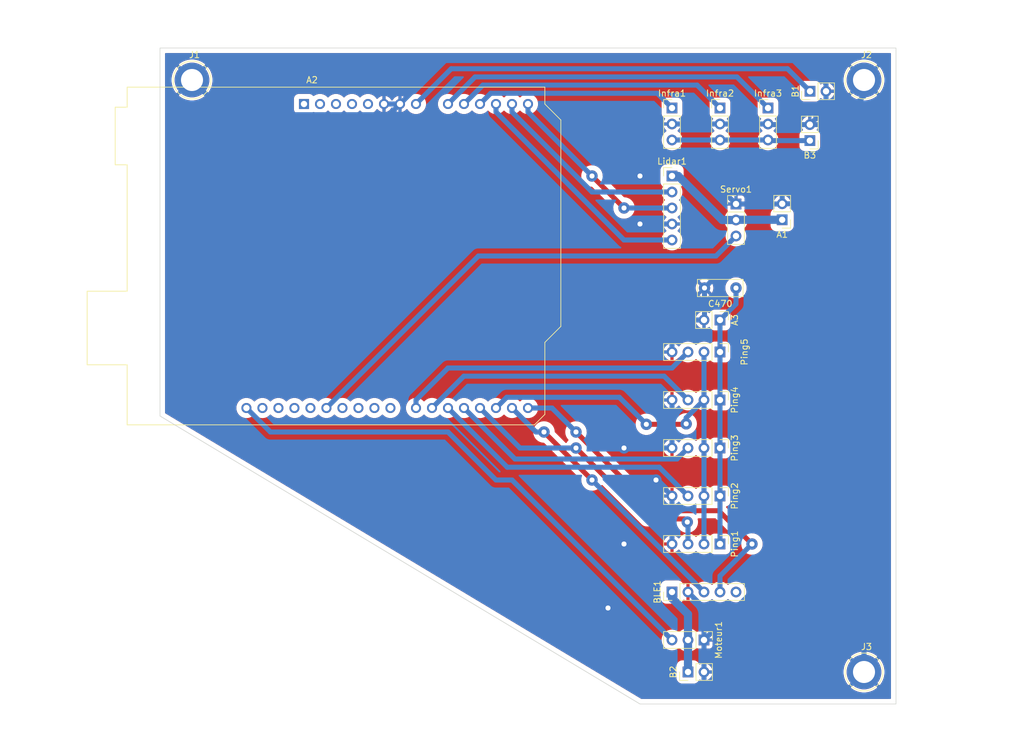
<source format=kicad_pcb>
(kicad_pcb (version 20211014) (generator pcbnew)
  (layers (0 "F.Cu" signal) (31 "B.Cu" signal) (34 "B.Paste" user) (35 "F.Paste" user) (36 "B.SilkS" user "B.Silkscreen") (37 "F.SilkS" user "F.Silkscreen") (38 "B.Mask" user) (39 "F.Mask" user) (44 "Edge.Cuts" user))
  (net 0 "")
  (net 6 "GND")
  (net 7 "/5V_Carte")
  (net 8 "/I1_PA0")
  (net 9 "/I2_PF10")
  (net 10 "/I3_PF9")
  (net 11 "/PWM_Lidar_PF8")
  (net 12 "/TX_Lidar_PF7")
  (net 13 "/RX_Lidar_PF6")
  (net 14 "/RX_BLE_PC7")
  (net 15 "/TX_BLE_PC6")
  (net 16 "/P1_PG6")
  (net 17 "/P2_PB4")
  (net 18 "/P3_PG7")
  (net 19 "/P4_PI0")
  (net 20 "/P5_PH6")
  (net 21 "/Trig_Cmd_PI_3")
  (net 26 "/Servo_Cmd_PB14")
  (net 30 "/M_Cmd_PB8")
  (net 31 "/5V_LID{slash}SRVO")
  (net 32 "/5V_BLE{slash}MOT")
  (net 34 "/5V_PNG")
  (net 35 "/5V_INF")
  (footprint "FootprintGamelGe2:C_Rect_L7.0mm_W2.5mm_P5.00mm" (layer "F.Cu") (at 200.66 88.9 180)
    (fp_text reference "C470" (at 2.5 -2.5) (layer "F.SilkS"))
    (fp_text value "C")
    (fp_line (start -1.12 1.37) (end 6.12 1.37) (layer "F.SilkS") (width 0.12))
    (fp_line (start 6.12 -1.37) (end 6.12 1.37) (layer "F.SilkS") (width 0.12))
    (fp_line (start -1.12 -1.37) (end 6.12 -1.37) (layer "F.SilkS") (width 0.12))
    (fp_line (start -1.12 -1.37) (end -1.12 1.37) (layer "F.SilkS") (width 0.12))
    (pad "1" thru_hole circle locked (at 0 0 180) (size 1.8 1.8) (drill 0.8) (layers *.Cu *.Mask) (net 34 "/5V_PNG"))
    (pad "2" thru_hole circle locked (at 5 0 180) (size 1.8 1.8) (drill 0.8) (layers *.Cu *.Mask) (net 6 "GND"))
  )
  (footprint "Connector_PinHeader_2.54mm:PinHeader_1x02_P2.54mm_Vertical" (layer "F.Cu") (at 193.04 149.86 90)
    (fp_text reference "B2" (at 0 -2.33 90) (layer "F.SilkS"))
    (fp_text value "Conn_01x02" hide)
    (fp_line (start 1.33 1.27) (end 1.33 3.87) (layer "F.SilkS") (width 0.12))
    (fp_line (start -1.33 3.87) (end 1.33 3.87) (layer "F.SilkS") (width 0.12))
    (fp_line (start -1.33 1.27) (end 1.33 1.27) (layer "F.SilkS") (width 0.12))
    (fp_line (start -1.33 0) (end -1.33 -1.33) (layer "F.SilkS") (width 0.12))
    (fp_line (start -1.33 1.27) (end -1.33 3.87) (layer "F.SilkS") (width 0.12))
    (fp_line (start -1.33 -1.33) (end 0 -1.33) (layer "F.SilkS") (width 0.12))
    (pad "1" thru_hole rect (at 0 0 90) (size 1.7 1.7) (drill 1) (layers *.Cu *.Mask) (net 32 "/5V_BLE{slash}MOT"))
    (pad "2" thru_hole oval (at 0 2.54 90) (size 1.7 1.7) (drill 1) (layers *.Cu *.Mask) (net 6 "GND"))
  )
  (footprint "Connector_PinHeader_2.54mm:PinHeader_1x02_P2.54mm_Vertical" (layer "F.Cu") (at 198.12 93.98 -90)
    (fp_text reference "A3" (at 0 -2.33 90) (layer "F.SilkS"))
    (fp_text value "Conn_01x02" hide)
    (fp_line (start -1.33 0) (end -1.33 -1.33) (layer "F.SilkS") (width 0.12))
    (fp_line (start -1.33 1.27) (end 1.33 1.27) (layer "F.SilkS") (width 0.12))
    (fp_line (start -1.33 3.87) (end 1.33 3.87) (layer "F.SilkS") (width 0.12))
    (fp_line (start -1.33 1.27) (end -1.33 3.87) (layer "F.SilkS") (width 0.12))
    (fp_line (start 1.33 1.27) (end 1.33 3.87) (layer "F.SilkS") (width 0.12))
    (fp_line (start -1.33 -1.33) (end 0 -1.33) (layer "F.SilkS") (width 0.12))
    (pad "1" thru_hole rect (at 0 0 270) (size 1.7 1.7) (drill 1) (layers *.Cu *.Mask) (net 34 "/5V_PNG"))
    (pad "2" thru_hole oval (at 0 2.54 270) (size 1.7 1.7) (drill 1) (layers *.Cu *.Mask) (net 6 "GND"))
  )
  (footprint "Connector_PinHeader_2.54mm:PinHeader_1x04_P2.54mm_Vertical" (layer "F.Cu") (at 198.12 121.92 -90)
    (fp_text reference "Ping2" (at 0 -2.33 90) (layer "F.SilkS"))
    (fp_text value "Conn_01x04" hide)
    (fp_line (start -1.33 -1.33) (end 0 -1.33) (layer "F.SilkS") (width 0.12))
    (fp_line (start -1.33 1.27) (end -1.33 8.95) (layer "F.SilkS") (width 0.12))
    (fp_line (start -1.33 0) (end -1.33 -1.33) (layer "F.SilkS") (width 0.12))
    (fp_line (start -1.33 1.27) (end 1.33 1.27) (layer "F.SilkS") (width 0.12))
    (fp_line (start 1.33 1.27) (end 1.33 8.95) (layer "F.SilkS") (width 0.12))
    (fp_line (start -1.33 8.95) (end 1.33 8.95) (layer "F.SilkS") (width 0.12))
    (pad "1" thru_hole rect (at 0 0 270) (size 1.7 1.7) (drill 1) (layers *.Cu *.Mask) (net 34 "/5V_PNG"))
    (pad "2" thru_hole oval (at 0 2.54 270) (size 1.7 1.7) (drill 1) (layers *.Cu *.Mask) (net 21 "/Trig_Cmd_PI_3"))
    (pad "3" thru_hole oval (at 0 5.08 270) (size 1.7 1.7) (drill 1) (layers *.Cu *.Mask) (net 17 "/P2_PB4"))
    (pad "4" thru_hole oval (at 0 7.62 270) (size 1.7 1.7) (drill 1) (layers *.Cu *.Mask) (net 6 "GND"))
  )
  (footprint "Connector_PinHeader_2.54mm:PinHeader_1x03_P2.54mm_Vertical" (layer "F.Cu") (at 205.74 60.325)
    (fp_text reference locked "Infra3" (at 0 -2.33) (layer "F.SilkS"))
    (fp_text value "Conn_01x03" hide)
    (fp_line (start -1.33 6.41) (end 1.33 6.41) (layer "F.SilkS") (width 0.12))
    (fp_line (start -1.33 -1.33) (end 0 -1.33) (layer "F.SilkS") (width 0.12))
    (fp_line (start -1.33 0) (end -1.33 -1.33) (layer "F.SilkS") (width 0.12))
    (fp_line (start 1.33 1.27) (end 1.33 6.41) (layer "F.SilkS") (width 0.12))
    (fp_line (start -1.33 1.27) (end -1.33 6.41) (layer "F.SilkS") (width 0.12))
    (fp_line (start -1.33 1.27) (end 1.33 1.27) (layer "F.SilkS") (width 0.12))
    (pad "1" thru_hole rect (at 0 0) (size 1.7 1.7) (drill 1) (layers *.Cu *.Mask) (net 10 "/I3_PF9"))
    (pad "2" thru_hole oval (at 0 2.54) (size 1.7 1.7) (drill 1) (layers *.Cu *.Mask) (net 6 "GND"))
    (pad "3" thru_hole oval (at 0 5.08) (size 1.7 1.7) (drill 1) (layers *.Cu *.Mask) (net 35 "/5V_INF"))
  )
  (footprint "FootprintGamelGe2:Mouting_Screw_3mm" (layer "F.Cu") (at 114.3 55.88)
    (fp_text reference "J1" (at 0.4 -4) (layer "F.SilkS"))
    (fp_text value "Mouting_Screw_3mm")
    (fp_circle (center 0 0) (end 3 0) (layer "F.SilkS") (width 0.12) (fill none))
    (pad "1" thru_hole circle locked (at 0 0) (size 5.5 5.5) (drill 3.5) (layers *.Cu *.Mask) (net 6 "GND"))
  )
  (footprint "Connector_PinHeader_2.54mm:PinHeader_1x04_P2.54mm_Vertical" (layer "F.Cu") (at 198.12 129.54 -90)
    (fp_text reference "Ping1" (at 0 -2.33 90) (layer "F.SilkS"))
    (fp_text value "Conn_01x04" hide)
    (fp_line (start -1.33 -1.33) (end 0 -1.33) (layer "F.SilkS") (width 0.12))
    (fp_line (start 1.33 1.27) (end 1.33 8.95) (layer "F.SilkS") (width 0.12))
    (fp_line (start -1.33 0) (end -1.33 -1.33) (layer "F.SilkS") (width 0.12))
    (fp_line (start -1.33 8.95) (end 1.33 8.95) (layer "F.SilkS") (width 0.12))
    (fp_line (start -1.33 1.27) (end -1.33 8.95) (layer "F.SilkS") (width 0.12))
    (fp_line (start -1.33 1.27) (end 1.33 1.27) (layer "F.SilkS") (width 0.12))
    (pad "1" thru_hole rect (at 0 0 270) (size 1.7 1.7) (drill 1) (layers *.Cu *.Mask) (net 34 "/5V_PNG"))
    (pad "2" thru_hole oval (at 0 2.54 270) (size 1.7 1.7) (drill 1) (layers *.Cu *.Mask) (net 21 "/Trig_Cmd_PI_3"))
    (pad "3" thru_hole oval (at 0 5.08 270) (size 1.7 1.7) (drill 1) (layers *.Cu *.Mask) (net 16 "/P1_PG6"))
    (pad "4" thru_hole oval (at 0 7.62 270) (size 1.7 1.7) (drill 1) (layers *.Cu *.Mask) (net 6 "GND"))
  )
  (footprint "Connector_PinHeader_2.54mm:PinHeader_1x02_P2.54mm_Vertical" (layer "F.Cu") (at 212.40985 57.667361 90)
    (fp_text reference "B1" (at 0 -2.33 90) (layer "F.SilkS"))
    (fp_text value "Conn_01x02" hide)
    (fp_line (start -1.33 1.27) (end 1.33 1.27) (layer "F.SilkS") (width 0.12))
    (fp_line (start -1.33 1.27) (end -1.33 3.87) (layer "F.SilkS") (width 0.12))
    (fp_line (start -1.33 0) (end -1.33 -1.33) (layer "F.SilkS") (width 0.12))
    (fp_line (start -1.33 3.87) (end 1.33 3.87) (layer "F.SilkS") (width 0.12))
    (fp_line (start -1.33 -1.33) (end 0 -1.33) (layer "F.SilkS") (width 0.12))
    (fp_line (start 1.33 1.27) (end 1.33 3.87) (layer "F.SilkS") (width 0.12))
    (pad "1" thru_hole rect (at 0 0 90) (size 1.7 1.7) (drill 1) (layers *.Cu *.Mask) (net 7 "/5V_Carte"))
    (pad "2" thru_hole oval (at 0 2.54 90) (size 1.7 1.7) (drill 1) (layers *.Cu *.Mask) (net 6 "GND"))
  )
  (footprint "Module:Arduino_UNO_R3" (layer "F.Cu") (at 132.08 59.69)
    (fp_text reference "A2" (at 1.27 -3.81 180) (layer "F.SilkS"))
    (fp_text value "Arduino_UNO_R3")
    (fp_line (start 40.77 35.31) (end 40.77 2.54) (layer "F.SilkS") (width 0.12))
    (fp_line (start -29.97 9.65) (end -28.07 9.65) (layer "F.SilkS") (width 0.12))
    (fp_line (start 38.23 49.28) (end 38.23 37.85) (layer "F.SilkS") (width 0.12))
    (fp_line (start -34.42 29.72) (end -34.42 41.4) (layer "F.SilkS") (width 0.12))
    (fp_line (start -28.07 9.65) (end -28.07 29.72) (layer "F.SilkS") (width 0.12))
    (fp_line (start 38.23 37.85) (end 40.77 35.31) (layer "F.SilkS") (width 0.12))
    (fp_line (start -34.42 41.4) (end -28.07 41.4) (layer "F.SilkS") (width 0.12))
    (fp_line (start -28.07 0.51) (end -29.97 0.51) (layer "F.SilkS") (width 0.12))
    (fp_line (start -28.07 50.93) (end 36.58 50.93) (layer "F.SilkS") (width 0.12))
    (fp_line (start -28.07 -2.67) (end -28.07 0.51) (layer "F.SilkS") (width 0.12))
    (fp_line (start 38.23 0) (end 38.23 -2.67) (layer "F.SilkS") (width 0.12))
    (fp_line (start -28.07 41.4) (end -28.07 50.93) (layer "F.SilkS") (width 0.12))
    (fp_line (start 38.23 -2.67) (end -28.07 -2.67) (layer "F.SilkS") (width 0.12))
    (fp_line (start 36.58 50.93) (end 38.23 49.28) (layer "F.SilkS") (width 0.12))
    (fp_line (start -29.97 0.51) (end -29.97 9.65) (layer "F.SilkS") (width 0.12))
    (fp_line (start 40.77 2.54) (end 38.23 0) (layer "F.SilkS") (width 0.12))
    (fp_line (start -28.07 29.72) (end -34.42 29.72) (layer "F.SilkS") (width 0.12))
    (pad "1" thru_hole rect (at 0 0 90) (size 1.6 1.6) (drill 1) (layers *.Cu *.Mask))
    (pad "2" thru_hole oval (at 2.54 0 90) (size 1.6 1.6) (drill 1) (layers *.Cu *.Mask))
    (pad "3" thru_hole oval (at 5.08 0 90) (size 1.6 1.6) (drill 1) (layers *.Cu *.Mask))
    (pad "4" thru_hole oval (at 7.62 0 90) (size 1.6 1.6) (drill 1) (layers *.Cu *.Mask))
    (pad "5" thru_hole oval (at 10.16 0 90) (size 1.6 1.6) (drill 1) (layers *.Cu *.Mask))
    (pad "6" thru_hole oval (at 12.7 0 90) (size 1.6 1.6) (drill 1) (layers *.Cu *.Mask) (net 6 "GND"))
    (pad "7" thru_hole oval (at 15.24 0 90) (size 1.6 1.6) (drill 1) (layers *.Cu *.Mask) (net 6 "GND"))
    (pad "8" thru_hole oval (at 17.78 0 90) (size 1.6 1.6) (drill 1) (layers *.Cu *.Mask) (net 7 "/5V_Carte"))
    (pad "9" thru_hole oval (at 22.86 0 90) (size 1.6 1.6) (drill 1) (layers *.Cu *.Mask) (net 10 "/I3_PF9"))
    (pad "10" thru_hole oval (at 25.4 0 90) (size 1.6 1.6) (drill 1) (layers *.Cu *.Mask) (net 9 "/I2_PF10"))
    (pad "11" thru_hole oval (at 27.94 0 90) (size 1.6 1.6) (drill 1) (layers *.Cu *.Mask) (net 8 "/I1_PA0"))
    (pad "12" thru_hole oval (at 30.48 0 90) (size 1.6 1.6) (drill 1) (layers *.Cu *.Mask) (net 11 "/PWM_Lidar_PF8"))
    (pad "13" thru_hole oval (at 33.02 0 90) (size 1.6 1.6) (drill 1) (layers *.Cu *.Mask) (net 12 "/TX_Lidar_PF7"))
    (pad "14" thru_hole oval (at 35.56 0 90) (size 1.6 1.6) (drill 1) (layers *.Cu *.Mask) (net 13 "/RX_Lidar_PF6"))
    (pad "15" thru_hole oval (at 35.56 48.26 90) (size 1.6 1.6) (drill 1) (layers *.Cu *.Mask) (net 14 "/RX_BLE_PC7"))
    (pad "16" thru_hole oval (at 33.02 48.26 90) (size 1.6 1.6) (drill 1) (layers *.Cu *.Mask) (net 15 "/TX_BLE_PC6"))
    (pad "17" thru_hole oval (at 30.48 48.26 90) (size 1.6 1.6) (drill 1) (layers *.Cu *.Mask) (net 21 "/Trig_Cmd_PI_3"))
    (pad "18" thru_hole oval (at 27.94 48.26 90) (size 1.6 1.6) (drill 1) (layers *.Cu *.Mask) (net 16 "/P1_PG6"))
    (pad "19" thru_hole oval (at 25.4 48.26 90) (size 1.6 1.6) (drill 1) (layers *.Cu *.Mask) (net 18 "/P3_PG7"))
    (pad "20" thru_hole oval (at 22.86 48.26 90) (size 1.6 1.6) (drill 1) (layers *.Cu *.Mask) (net 17 "/P2_PB4"))
    (pad "21" thru_hole oval (at 20.32 48.26 90) (size 1.6 1.6) (drill 1) (layers *.Cu *.Mask) (net 19 "/P4_PI0"))
    (pad "22" thru_hole oval (at 17.78 48.26 90) (size 1.6 1.6) (drill 1) (layers *.Cu *.Mask) (net 20 "/P5_PH6"))
    (pad "23" thru_hole oval (at 13.72 48.26 90) (size 1.6 1.6) (drill 1) (layers *.Cu *.Mask))
    (pad "24" thru_hole oval (at 11.18 48.26 90) (size 1.6 1.6) (drill 1) (layers *.Cu *.Mask))
    (pad "25" thru_hole oval (at 8.64 48.26 90) (size 1.6 1.6) (drill 1) (layers *.Cu *.Mask))
    (pad "26" thru_hole oval (at 6.1 48.26 90) (size 1.6 1.6) (drill 1) (layers *.Cu *.Mask))
    (pad "27" thru_hole oval (at 3.56 48.26 90) (size 1.6 1.6) (drill 1) (layers *.Cu *.Mask) (net 26 "/Servo_Cmd_PB14"))
    (pad "28" thru_hole oval (at 1.02 48.26 90) (size 1.6 1.6) (drill 1) (layers *.Cu *.Mask))
    (pad "29" thru_hole oval (at -1.52 48.26 90) (size 1.6 1.6) (drill 1) (layers *.Cu *.Mask))
    (pad "30" thru_hole oval (at -4.06 48.26 90) (size 1.6 1.6) (drill 1) (layers *.Cu *.Mask))
    (pad "31" thru_hole oval (at -6.6 48.26 90) (size 1.6 1.6) (drill 1) (layers *.Cu *.Mask))
    (pad "32" thru_hole oval (at -9.14 48.26 90) (size 1.6 1.6) (drill 1) (layers *.Cu *.Mask) (net 30 "/M_Cmd_PB8"))
  )
  (footprint "Connector_PinHeader_2.54mm:PinHeader_1x03_P2.54mm_Vertical" (layer "F.Cu") (at 195.58 144.78 -90)
    (fp_text reference "Moteur1" (at 0 -2.33 90) (layer "F.SilkS"))
    (fp_text value "Conn_01x03" hide)
    (fp_line (start -1.33 0) (end -1.33 -1.33) (layer "F.SilkS") (width 0.12))
    (fp_line (start -1.33 1.27) (end 1.33 1.27) (layer "F.SilkS") (width 0.12))
    (fp_line (start -1.33 -1.33) (end 0 -1.33) (layer "F.SilkS") (width 0.12))
    (fp_line (start -1.33 6.41) (end 1.33 6.41) (layer "F.SilkS") (width 0.12))
    (fp_line (start -1.33 1.27) (end -1.33 6.41) (layer "F.SilkS") (width 0.12))
    (fp_line (start 1.33 1.27) (end 1.33 6.41) (layer "F.SilkS") (width 0.12))
    (pad "1" thru_hole rect (at 0 0 270) (size 1.7 1.7) (drill 1) (layers *.Cu *.Mask) (net 6 "GND"))
    (pad "2" thru_hole oval (at 0 2.54 270) (size 1.7 1.7) (drill 1) (layers *.Cu *.Mask) (net 32 "/5V_BLE{slash}MOT"))
    (pad "3" thru_hole oval (at 0 5.08 270) (size 1.7 1.7) (drill 1) (layers *.Cu *.Mask) (net 30 "/M_Cmd_PB8"))
  )
  (footprint "Connector_PinHeader_2.54mm:PinHeader_1x05_P2.54mm_Vertical" (layer "F.Cu") (at 190.5 137.16 90)
    (fp_text reference "BLE1" (at 0 -2.33 90) (layer "F.SilkS"))
    (fp_text value "Conn_01x05" hide)
    (fp_line (start -1.33 11.49) (end 1.33 11.49) (layer "F.SilkS") (width 0.12))
    (fp_line (start -1.33 1.27) (end 1.33 1.27) (layer "F.SilkS") (width 0.12))
    (fp_line (start -1.33 -1.33) (end 0 -1.33) (layer "F.SilkS") (width 0.12))
    (fp_line (start -1.33 0) (end -1.33 -1.33) (layer "F.SilkS") (width 0.12))
    (fp_line (start -1.33 1.27) (end -1.33 11.49) (layer "F.SilkS") (width 0.12))
    (fp_line (start 1.33 1.27) (end 1.33 11.49) (layer "F.SilkS") (width 0.12))
    (pad "1" thru_hole rect (at 0 0 90) (size 1.7 1.7) (drill 1) (layers *.Cu *.Mask) (net 32 "/5V_BLE{slash}MOT"))
    (pad "2" thru_hole oval (at 0 2.54 90) (size 1.7 1.7) (drill 1) (layers *.Cu *.Mask) (net 6 "GND"))
    (pad "3" thru_hole oval (at 0 5.08 90) (size 1.7 1.7) (drill 1) (layers *.Cu *.Mask) (net 15 "/TX_BLE_PC6"))
    (pad "4" thru_hole oval (at 0 7.62 90) (size 1.7 1.7) (drill 1) (layers *.Cu *.Mask) (net 14 "/RX_BLE_PC7"))
    (pad "5" thru_hole oval (at 0 10.16 90) (size 1.7 1.7) (drill 1) (layers *.Cu *.Mask))
  )
  (footprint "FootprintGamelGe2:Mouting_Screw_3mm" (layer "F.Cu") (at 220.98 55.88)
    (fp_text reference "J2" (at 0.4 -4) (layer "F.SilkS"))
    (fp_text value "Mouting_Screw_3mm")
    (fp_circle (center 0 0) (end 3 0) (layer "F.SilkS") (width 0.12) (fill none))
    (pad "1" thru_hole circle locked (at 0 0) (size 5.5 5.5) (drill 3.5) (layers *.Cu *.Mask) (net 6 "GND"))
  )
  (footprint "Connector_PinHeader_2.54mm:PinHeader_1x02_P2.54mm_Vertical" (layer "F.Cu") (at 212.38252 65.501284 180)
    (fp_text reference "B3" (at 0 -2.33) (layer "F.SilkS"))
    (fp_text value "Conn_01x02" hide)
    (fp_line (start -1.33 0) (end -1.33 -1.33) (layer "F.SilkS") (width 0.12))
    (fp_line (start -1.33 1.27) (end -1.33 3.87) (layer "F.SilkS") (width 0.12))
    (fp_line (start -1.33 1.27) (end 1.33 1.27) (layer "F.SilkS") (width 0.12))
    (fp_line (start -1.33 -1.33) (end 0 -1.33) (layer "F.SilkS") (width 0.12))
    (fp_line (start 1.33 1.27) (end 1.33 3.87) (layer "F.SilkS") (width 0.12))
    (fp_line (start -1.33 3.87) (end 1.33 3.87) (layer "F.SilkS") (width 0.12))
    (pad "1" thru_hole rect (at 0 0 180) (size 1.7 1.7) (drill 1) (layers *.Cu *.Mask) (net 35 "/5V_INF"))
    (pad "2" thru_hole oval (at 0 2.54 180) (size 1.7 1.7) (drill 1) (layers *.Cu *.Mask) (net 6 "GND"))
  )
  (footprint "Connector_PinHeader_2.54mm:PinHeader_1x03_P2.54mm_Vertical" (layer "F.Cu") (at 200.66 75.565)
    (fp_text reference "Servo1" (at 0 -2.33) (layer "F.SilkS"))
    (fp_text value "Conn_01x03" hide)
    (fp_line (start -1.33 -1.33) (end 0 -1.33) (layer "F.SilkS") (width 0.12))
    (fp_line (start -1.33 1.27) (end 1.33 1.27) (layer "F.SilkS") (width 0.12))
    (fp_line (start 1.33 1.27) (end 1.33 6.41) (layer "F.SilkS") (width 0.12))
    (fp_line (start -1.33 0) (end -1.33 -1.33) (layer "F.SilkS") (width 0.12))
    (fp_line (start -1.33 6.41) (end 1.33 6.41) (layer "F.SilkS") (width 0.12))
    (fp_line (start -1.33 1.27) (end -1.33 6.41) (layer "F.SilkS") (width 0.12))
    (pad "1" thru_hole rect (at 0 0) (size 1.7 1.7) (drill 1) (layers *.Cu *.Mask) (net 6 "GND"))
    (pad "2" thru_hole oval (at 0 2.54) (size 1.7 1.7) (drill 1) (layers *.Cu *.Mask) (net 31 "/5V_LID{slash}SRVO"))
    (pad "3" thru_hole oval (at 0 5.08) (size 1.7 1.7) (drill 1) (layers *.Cu *.Mask) (net 26 "/Servo_Cmd_PB14"))
  )
  (footprint "Connector_PinHeader_2.54mm:PinHeader_1x03_P2.54mm_Vertical" (layer "F.Cu") (at 190.5 60.325)
    (fp_text reference "Infra1" (at 0 -2.33) (layer "F.SilkS"))
    (fp_text value "Conn_01x03" hide)
    (fp_line (start -1.33 1.27) (end 1.33 1.27) (layer "F.SilkS") (width 0.12))
    (fp_line (start -1.33 6.41) (end 1.33 6.41) (layer "F.SilkS") (width 0.12))
    (fp_line (start -1.33 1.27) (end -1.33 6.41) (layer "F.SilkS") (width 0.12))
    (fp_line (start -1.33 0) (end -1.33 -1.33) (layer "F.SilkS") (width 0.12))
    (fp_line (start 1.33 1.27) (end 1.33 6.41) (layer "F.SilkS") (width 0.12))
    (fp_line (start -1.33 -1.33) (end 0 -1.33) (layer "F.SilkS") (width 0.12))
    (pad "1" thru_hole rect (at 0 0) (size 1.7 1.7) (drill 1) (layers *.Cu *.Mask) (net 8 "/I1_PA0"))
    (pad "2" thru_hole oval (at 0 2.54) (size 1.7 1.7) (drill 1) (layers *.Cu *.Mask) (net 6 "GND"))
    (pad "3" thru_hole oval (at 0 5.08) (size 1.7 1.7) (drill 1) (layers *.Cu *.Mask) (net 35 "/5V_INF"))
  )
  (footprint "FootprintGamelGe2:Mouting_Screw_3mm" (layer "F.Cu") (at 220.98 149.86)
    (fp_text reference "J3" (at 0.4 -4) (layer "F.SilkS"))
    (fp_text value "Mouting_Screw_3mm")
    (fp_circle (center 0 0) (end 3 0) (layer "F.SilkS") (width 0.12) (fill none))
    (pad "1" thru_hole circle locked (at 0 0) (size 5.5 5.5) (drill 3.5) (layers *.Cu *.Mask) (net 6 "GND"))
  )
  (footprint "Connector_PinHeader_2.54mm:PinHeader_1x04_P2.54mm_Vertical" (layer "F.Cu") (at 198.12 99.06 -90)
    (fp_text reference "Ping5" (at 0 -3.875693 90) (layer "F.SilkS"))
    (fp_text value "Conn_01x04" hide)
    (fp_line (start -1.33 0) (end -1.33 -1.33) (layer "F.SilkS") (width 0.12))
    (fp_line (start -1.33 1.27) (end 1.33 1.27) (layer "F.SilkS") (width 0.12))
    (fp_line (start -1.33 -1.33) (end 0 -1.33) (layer "F.SilkS") (width 0.12))
    (fp_line (start -1.33 8.95) (end 1.33 8.95) (layer "F.SilkS") (width 0.12))
    (fp_line (start 1.33 1.27) (end 1.33 8.95) (layer "F.SilkS") (width 0.12))
    (fp_line (start -1.33 1.27) (end -1.33 8.95) (layer "F.SilkS") (width 0.12))
    (pad "1" thru_hole rect (at 0 0 270) (size 1.7 1.7) (drill 1) (layers *.Cu *.Mask) (net 34 "/5V_PNG"))
    (pad "2" thru_hole oval (at 0 2.54 270) (size 1.7 1.7) (drill 1) (layers *.Cu *.Mask) (net 21 "/Trig_Cmd_PI_3"))
    (pad "3" thru_hole oval (at 0 5.08 270) (size 1.7 1.7) (drill 1) (layers *.Cu *.Mask) (net 20 "/P5_PH6"))
    (pad "4" thru_hole oval (at 0 7.62 270) (size 1.7 1.7) (drill 1) (layers *.Cu *.Mask) (net 6 "GND"))
  )
  (footprint "Connector_PinHeader_2.54mm:PinHeader_1x03_P2.54mm_Vertical" (layer "F.Cu") (at 198.12 60.325)
    (fp_text reference "Infra2" (at 0 -2.33) (layer "F.SilkS"))
    (fp_text value "Conn_01x03" hide)
    (fp_line (start -1.33 6.41) (end 1.33 6.41) (layer "F.SilkS") (width 0.12))
    (fp_line (start 1.33 1.27) (end 1.33 6.41) (layer "F.SilkS") (width 0.12))
    (fp_line (start -1.33 0) (end -1.33 -1.33) (layer "F.SilkS") (width 0.12))
    (fp_line (start -1.33 -1.33) (end 0 -1.33) (layer "F.SilkS") (width 0.12))
    (fp_line (start -1.33 1.27) (end 1.33 1.27) (layer "F.SilkS") (width 0.12))
    (fp_line (start -1.33 1.27) (end -1.33 6.41) (layer "F.SilkS") (width 0.12))
    (pad "1" thru_hole rect (at 0 0) (size 1.7 1.7) (drill 1) (layers *.Cu *.Mask) (net 9 "/I2_PF10"))
    (pad "2" thru_hole oval (at 0 2.54) (size 1.7 1.7) (drill 1) (layers *.Cu *.Mask) (net 6 "GND"))
    (pad "3" thru_hole oval (at 0 5.08) (size 1.7 1.7) (drill 1) (layers *.Cu *.Mask) (net 35 "/5V_INF"))
  )
  (footprint "Connector_PinHeader_2.54mm:PinHeader_1x04_P2.54mm_Vertical" (layer "F.Cu") (at 198.12 106.68 -90)
    (fp_text reference "Ping4" (at 0 -2.33 90) (layer "F.SilkS"))
    (fp_text value "Conn_01x04" hide)
    (fp_line (start -1.33 0) (end -1.33 -1.33) (layer "F.SilkS") (width 0.12))
    (fp_line (start -1.33 -1.33) (end 0 -1.33) (layer "F.SilkS") (width 0.12))
    (fp_line (start -1.33 1.27) (end -1.33 8.95) (layer "F.SilkS") (width 0.12))
    (fp_line (start -1.33 8.95) (end 1.33 8.95) (layer "F.SilkS") (width 0.12))
    (fp_line (start 1.33 1.27) (end 1.33 8.95) (layer "F.SilkS") (width 0.12))
    (fp_line (start -1.33 1.27) (end 1.33 1.27) (layer "F.SilkS") (width 0.12))
    (pad "1" thru_hole rect (at 0 0 270) (size 1.7 1.7) (drill 1) (layers *.Cu *.Mask) (net 34 "/5V_PNG"))
    (pad "2" thru_hole oval (at 0 2.54 270) (size 1.7 1.7) (drill 1) (layers *.Cu *.Mask) (net 21 "/Trig_Cmd_PI_3"))
    (pad "3" thru_hole oval (at 0 5.08 270) (size 1.7 1.7) (drill 1) (layers *.Cu *.Mask) (net 19 "/P4_PI0"))
    (pad "4" thru_hole oval (at 0 7.62 270) (size 1.7 1.7) (drill 1) (layers *.Cu *.Mask) (net 6 "GND"))
  )
  (footprint "Connector_PinHeader_2.54mm:PinHeader_1x04_P2.54mm_Vertical" (layer "F.Cu") (at 198.12 114.3 -90)
    (fp_text reference "Ping3" (at 0 -2.33 90) (layer "F.SilkS"))
    (fp_text value "Conn_01x04" hide)
    (fp_line (start -1.33 0) (end -1.33 -1.33) (layer "F.SilkS") (width 0.12))
    (fp_line (start -1.33 1.27) (end -1.33 8.95) (layer "F.SilkS") (width 0.12))
    (fp_line (start -1.33 -1.33) (end 0 -1.33) (layer "F.SilkS") (width 0.12))
    (fp_line (start 1.33 1.27) (end 1.33 8.95) (layer "F.SilkS") (width 0.12))
    (fp_line (start -1.33 8.95) (end 1.33 8.95) (layer "F.SilkS") (width 0.12))
    (fp_line (start -1.33 1.27) (end 1.33 1.27) (layer "F.SilkS") (width 0.12))
    (pad "1" thru_hole rect (at 0 0 270) (size 1.7 1.7) (drill 1) (layers *.Cu *.Mask) (net 34 "/5V_PNG"))
    (pad "2" thru_hole oval (at 0 2.54 270) (size 1.7 1.7) (drill 1) (layers *.Cu *.Mask) (net 21 "/Trig_Cmd_PI_3"))
    (pad "3" thru_hole oval (at 0 5.08 270) (size 1.7 1.7) (drill 1) (layers *.Cu *.Mask) (net 18 "/P3_PG7"))
    (pad "4" thru_hole oval (at 0 7.62 270) (size 1.7 1.7) (drill 1) (layers *.Cu *.Mask) (net 6 "GND"))
  )
  (footprint "Connector_PinHeader_2.54mm:PinHeader_1x02_P2.54mm_Vertical" (layer "F.Cu") (at 207.99113 78.070643 180)
    (fp_text reference "A1" (at 0 -2.33) (layer "F.SilkS"))
    (fp_text value "Conn_01x02" hide)
    (fp_line (start -1.33 -1.33) (end 0 -1.33) (layer "F.SilkS") (width 0.12))
    (fp_line (start -1.33 3.87) (end 1.33 3.87) (layer "F.SilkS") (width 0.12))
    (fp_line (start -1.33 0) (end -1.33 -1.33) (layer "F.SilkS") (width 0.12))
    (fp_line (start 1.33 1.27) (end 1.33 3.87) (layer "F.SilkS") (width 0.12))
    (fp_line (start -1.33 1.27) (end -1.33 3.87) (layer "F.SilkS") (width 0.12))
    (fp_line (start -1.33 1.27) (end 1.33 1.27) (layer "F.SilkS") (width 0.12))
    (pad "1" thru_hole rect (at 0 0 180) (size 1.7 1.7) (drill 1) (layers *.Cu *.Mask) (net 31 "/5V_LID{slash}SRVO"))
    (pad "2" thru_hole oval (at 0 2.54 180) (size 1.7 1.7) (drill 1) (layers *.Cu *.Mask) (net 6 "GND"))
  )
  (footprint "Connector_PinHeader_2.54mm:PinHeader_1x05_P2.54mm_Vertical" (layer "F.Cu") (at 190.5 71.12)
    (fp_text reference "Lidar1" (at 0 -2.33) (layer "F.SilkS"))
    (fp_text value "Conn_01x05" hide)
    (fp_line (start -1.33 1.27) (end 1.33 1.27) (layer "F.SilkS") (width 0.12))
    (fp_line (start -1.33 0) (end -1.33 -1.33) (layer "F.SilkS") (width 0.12))
    (fp_line (start -1.33 -1.33) (end 0 -1.33) (layer "F.SilkS") (width 0.12))
    (fp_line (start -1.33 11.49) (end 1.33 11.49) (layer "F.SilkS") (width 0.12))
    (fp_line (start 1.33 1.27) (end 1.33 11.49) (layer "F.SilkS") (width 0.12))
    (fp_line (start -1.33 1.27) (end -1.33 11.49) (layer "F.SilkS") (width 0.12))
    (pad "1" thru_hole rect (at 0 0) (size 1.7 1.7) (drill 1) (layers *.Cu *.Mask) (net 31 "/5V_LID{slash}SRVO"))
    (pad "2" thru_hole oval (at 0 2.54) (size 1.7 1.7) (drill 1) (layers *.Cu *.Mask) (net 12 "/TX_Lidar_PF7"))
    (pad "3" thru_hole oval (at 0 5.08) (size 1.7 1.7) (drill 1) (layers *.Cu *.Mask) (net 13 "/RX_Lidar_PF6"))
    (pad "4" thru_hole oval (at 0 7.62) (size 1.7 1.7) (drill 1) (layers *.Cu *.Mask) (net 6 "GND"))
    (pad "5" thru_hole oval (at 0 10.16) (size 1.7 1.7) (drill 1) (layers *.Cu *.Mask) (net 11 "/PWM_Lidar_PF8"))
  )
  (gr_poly (pts (xy 226.06 154.94) (xy 185.42 154.94) (xy 109.22 109.22) (xy 109.22 50.8) (xy 226.06 50.8)) (layer "Edge.Cuts") (width 0.1) (fill none))
  (segment (start 180.34 139.7) (end 180.34 132.08) (width 0.8) (layer "F.Cu") (net 6))
  (segment (start 187.96 119.38) (end 182.88 114.3) (width 0.8) (layer "F.Cu") (net 6))
  (segment (start 185.42 71.12) (end 185.42 78.74) (width 0.8) (layer "F.Cu") (net 6))
  (segment (start 180.34 132.08) (end 182.88 129.54) (width 0.8) (layer "F.Cu") (net 6))
  (via (at 180.34 139.7) (size 1.8) (drill 0.8) (layers "F.Cu" "B.Cu") (net 6))
  (via (at 185.42 78.74) (size 1.8) (drill 0.8) (layers "F.Cu" "B.Cu") (net 6))
  (via (at 182.88 114.3) (size 1.8) (drill 0.8) (layers "F.Cu" "B.Cu") (net 6))
  (via (at 187.96 119.38) (size 1.8) (drill 0.8) (layers "F.Cu" "B.Cu") (net 6))
  (via (at 182.88 129.54) (size 1.8) (drill 0.8) (layers "F.Cu" "B.Cu") (net 6))
  (via (at 185.42 71.12) (size 1.8) (drill 0.8) (layers "F.Cu" "B.Cu") (net 6))
  (segment (start 195.58 149.86) (end 195.58 151.819022) (width 0.8) (layer "B.Cu") (net 6))
  (segment (start 205.836284 62.961284) (end 205.74 62.865) (width 0.8) (layer "B.Cu") (net 6))
  (segment (start 208.28 83.82) (end 210.82 86.36) (width 0.8) (layer "B.Cu") (net 6))
  (segment (start 214.94985 60.393954) (end 212.38252 62.961284) (width 0.8) (layer "B.Cu") (net 6))
  (segment (start 205.74 62.865) (end 198.12 62.865) (width 0.8) (layer "B.Cu") (net 6))
  (segment (start 200.66 75.565) (end 207.956773 75.565) (width 0.8) (layer "B.Cu") (net 6))
  (segment (start 210.82 129.54) (end 220.98 139.7) (width 0.8) (layer "B.Cu") (net 6))
  (segment (start 187.96 68.58) (end 185.42 71.12) (width 0.8) (layer "B.Cu") (net 6))
  (segment (start 195.66 93.9) (end 195.58 93.98) (width 0.8) (layer "B.Cu") (net 6))
  (segment (start 211.276981 52.792411) (end 154.217589 52.792411) (width 0.8) (layer "B.Cu") (net 6))
  (segment (start 190.5 129.54) (end 190.5 121.92) (width 0.8) (layer "B.Cu") (net 6))
  (segment (start 207.99113 75.530643) (end 210.150643 75.530643) (width 0.8) (layer "B.Cu") (net 6))
  (segment (start 215.9 63.5) (end 215.9 68.58) (width 0.8) (layer "B.Cu") (net 6))
  (segment (start 190.209511 152.109511) (end 180.34 142.24) (width 0.8) (layer "B.Cu") (net 6))
  (segment (start 212.38252 62.961284) (end 205.836284 62.961284) (width 0.8) (layer "B.Cu") (net 6))
  (segment (start 210.150643 75.530643) (end 210.82 76.2) (width 0.8) (layer "B.Cu") (net 6))
  (segment (start 214.94985 57.667361) (end 214.94985 60.393954) (width 0.8) (layer "B.Cu") (net 6))
  (segment (start 195.66 91.36) (end 195.58 91.44) (width 0.8) (layer "B.Cu") (net 6))
  (segment (start 182.88 114.3) (end 190.5 114.3) (width 0.8) (layer "B.Cu") (net 6))
  (segment (start 195.58 144.78) (end 195.58 139.7) (width 0.8) (layer "B.Cu") (net 6))
  (segment (start 210.82 86.36) (end 210.82 129.54) (width 0.8) (layer "B.Cu") (net 6))
  (segment (start 210.82 81.28) (end 208.28 83.82) (width 0.8) (layer "B.Cu") (net 6))
  (segment (start 190.5 96.52) (end 193.04 93.98) (width 0.8) (layer "B.Cu") (net 6))
  (segment (start 193.675 68.58) (end 187.96 68.58) (width 0.8) (layer "B.Cu") (net 6))
  (segment (start 220.98 58.42) (end 215.9 63.5) (width 0.8) (layer "B.Cu") (net 6))
  (segment (start 190.5 62.865) (end 198.12 62.865) (width 0.8) (layer "B.Cu") (net 6))
  (segment (start 180.34 142.24) (end 180.34 139.7) (width 0.8) (layer "B.Cu") (net 6))
  (segment (start 209.827596 69.572404) (end 207.99113 71.40887) (width 0.8) (layer "B.Cu") (net 6))
  (segment (start 195.58 139.7) (end 193.04 137.16) (width 0.8) (layer "B.Cu") (net 6))
  (segment (start 145.620489 61.389511) (end 119.809511 61.389511) (width 0.8) (layer "B.Cu") (net 6))
  (segment (start 220.98 139.7) (end 220.98 149.86) (width 0.8) (layer "B.Cu") (net 6))
  (segment (start 147.32 59.69) (end 145.620489 61.389511) (width 0.8) (layer "B.Cu") (net 6))
  (segment (start 154.217589 52.792411) (end 147.32 59.69) (width 0.8) (layer "B.Cu") (net 6))
  (segment (start 190.5 121.92) (end 187.96 119.38) (width 0.8) (layer "B.Cu") (net 6))
  (segment (start 195.289511 152.109511) (end 190.209511 152.109511) (width 0.8) (layer "B.Cu") (net 6))
  (segment (start 212.38252 62.961284) (end 215.361284 62.961284) (width 0.8) (layer "B.Cu") (net 6))
  (segment (start 210.82 76.2) (end 210.82 81.28) (width 0.8) (layer "B.Cu") (net 6))
  (segment (start 200.66 75.565) (end 193.675 68.58) (width 0.8) (layer "B.Cu") (net 6))
  (segment (start 193.04 93.98) (end 195.58 93.98) (width 0.8) (layer "B.Cu") (net 6))
  (segment (start 185.42 78.74) (end 190.5 78.74) (width 0.8) (layer "B.Cu") (net 6))
  (segment (start 207.99113 71.40887) (end 207.99113 75.530643) (width 0.8) (layer "B.Cu") (net 6))
  (segment (start 215.361284 62.961284) (end 215.9 63.5) (width 0.8) (layer "B.Cu") (net 6))
  (segment (start 207.956773 75.565) (end 207.99113 75.530643) (width 0.8) (layer "B.Cu") (net 6))
  (segment (start 214.94985 56.46528) (end 211.276981 52.792411) (width 0.8) (layer "B.Cu") (net 6))
  (segment (start 147.32 59.69) (end 144.78 59.69) (width 0.8) (layer "B.Cu") (net 6))
  (segment (start 200.74 83.82) (end 195.66 88.9) (width 0.8) (layer "B.Cu") (net 6))
  (segment (start 208.28 83.82) (end 200.74 83.82) (width 0.8) (layer "B.Cu") (net 6))
  (segment (start 210.82 129.54) (end 195.58 144.78) (width 0.8) (layer "B.Cu") (net 6))
  (segment (start 195.66 88.9) (end 195.66 93.9) (width 0.8) (layer "B.Cu") (net 6))
  (segment (start 190.5 114.3) (end 190.5 106.68) (width 0.8) (layer "B.Cu") (net 6))
  (segment (start 119.809511 61.389511) (end 114.3 55.88) (width 0.8) (layer "B.Cu") (net 6))
  (segment (start 190.5 96.52) (end 190.5 99.06) (width 0.8) (layer "B.Cu") (net 6))
  (segment (start 220.98 55.88) (end 220.98 58.42) (width 0.8) (layer "B.Cu") (net 6))
  (segment (start 195.58 149.86) (end 195.58 144.78) (width 0.8) (layer "B.Cu") (net 6))
  (segment (start 214.907596 69.572404) (end 209.827596 69.572404) (width 0.8) (layer "B.Cu") (net 6))
  (segment (start 215.9 68.58) (end 214.907596 69.572404) (width 0.8) (layer "B.Cu") (net 6))
  (segment (start 214.94985 57.667361) (end 214.94985 56.46528) (width 0.8) (layer "B.Cu") (net 6))
  (segment (start 195.58 151.819022) (end 195.289511 152.109511) (width 0.8) (layer "B.Cu") (net 6))
  (segment (start 212.40985 57.667361) (end 208.83442 54.091931) (width 0.8) (layer "B.Cu") (net 7))
  (segment (start 155.458069 54.091931) (end 149.86 59.69) (width 0.8) (layer "B.Cu") (net 7))
  (segment (start 208.83442 54.091931) (end 155.458069 54.091931) (width 0.8) (layer "B.Cu") (net 7))
  (segment (start 188.165489 57.990489) (end 161.719511 57.990489) (width 0.8) (layer "B.Cu") (net 8))
  (segment (start 161.719511 57.990489) (end 160.02 59.69) (width 0.8) (layer "B.Cu") (net 8))
  (segment (start 190.5 60.325) (end 188.165489 57.990489) (width 0.8) (layer "B.Cu") (net 8))
  (segment (start 194.48597 56.69097) (end 160.47903 56.69097) (width 0.8) (layer "B.Cu") (net 9))
  (segment (start 198.12 60.325) (end 194.48597 56.69097) (width 0.8) (layer "B.Cu") (net 9))
  (segment (start 160.47903 56.69097) (end 157.48 59.69) (width 0.8) (layer "B.Cu") (net 9))
  (segment (start 200.80645 55.39145) (end 159.23855 55.39145) (width 0.8) (layer "B.Cu") (net 10))
  (segment (start 205.74 60.325) (end 200.80645 55.39145) (width 0.8) (layer "B.Cu") (net 10))
  (segment (start 159.23855 55.39145) (end 154.94 59.69) (width 0.8) (layer "B.Cu") (net 10))
  (segment (start 182.88 81.28) (end 162.56 60.96) (width 0.8) (layer "B.Cu") (net 11))
  (segment (start 162.56 60.96) (end 162.56 59.69) (width 0.8) (layer "B.Cu") (net 11))
  (segment (start 190.5 81.28) (end 182.88 81.28) (width 0.8) (layer "B.Cu") (net 11))
  (segment (start 165.1 59.69) (end 165.1 60.96) (width 0.8) (layer "B.Cu") (net 12))
  (segment (start 177.8 73.66) (end 190.5 73.66) (width 0.8) (layer "B.Cu") (net 12))
  (segment (start 165.1 60.96) (end 177.8 73.66) (width 0.8) (layer "B.Cu") (net 12))
  (segment (start 182.88 76.2) (end 177.8 71.12) (width 0.8) (layer "F.Cu") (net 13))
  (via (at 177.8 71.12) (size 1.8) (drill 0.8) (layers "F.Cu" "B.Cu") (net 13))
  (via (at 182.88 76.2) (size 1.8) (drill 0.8) (layers "F.Cu" "B.Cu") (net 13))
  (segment (start 177.8 71.12) (end 167.64 60.96) (width 0.8) (layer "B.Cu") (net 13))
  (segment (start 167.64 60.96) (end 167.64 59.69) (width 0.8) (layer "B.Cu") (net 13))
  (segment (start 190.5 76.2) (end 182.88 76.2) (width 0.8) (layer "B.Cu") (net 13))
  (segment (start 187.756647 124.256647) (end 175.26 111.76) (width 0.8) (layer "F.Cu") (net 14))
  (segment (start 197.916647 124.256647) (end 187.756647 124.256647) (width 0.8) (layer "F.Cu") (net 14))
  (segment (start 203.2 129.54) (end 197.916647 124.256647) (width 0.8) (layer "F.Cu") (net 14))
  (via (at 203.2 129.54) (size 1.8) (drill 0.8) (layers "F.Cu" "B.Cu") (net 14))
  (via (at 175.26 111.76) (size 1.8) (drill 0.8) (layers "F.Cu" "B.Cu") (net 14))
  (segment (start 198.12 134.62) (end 203.2 129.54) (width 0.8) (layer "B.Cu") (net 14))
  (segment (start 175.26 111.76) (end 171.45 107.95) (width 0.8) (layer "B.Cu") (net 14))
  (segment (start 198.12 137.16) (end 198.12 134.62) (width 0.8) (layer "B.Cu") (net 14))
  (segment (start 171.45 107.95) (end 167.64 107.95) (width 0.8) (layer "B.Cu") (net 14))
  (segment (start 177.8 119.38) (end 170.18 111.76) (width 0.8) (layer "F.Cu") (net 15))
  (via (at 177.8 119.38) (size 1.8) (drill 0.8) (layers "F.Cu" "B.Cu") (net 15))
  (via (at 170.18 111.76) (size 1.8) (drill 0.8) (layers "F.Cu" "B.Cu") (net 15))
  (segment (start 195.58 137.16) (end 177.8 119.38) (width 0.8) (layer "B.Cu") (net 15))
  (segment (start 170.18 111.76) (end 168.91 111.76) (width 0.8) (layer "B.Cu") (net 15))
  (segment (start 168.91 111.76) (end 165.1 107.95) (width 0.8) (layer "B.Cu") (net 15))
  (segment (start 192.428116 125.556167) (end 186.521061 125.556167) (width 0.8) (layer "F.Cu") (net 16))
  (segment (start 175.264894 114.3) (end 175.26 114.3) (width 0.8) (layer "F.Cu") (net 16))
  (segment (start 186.521061 125.556167) (end 175.264894 114.3) (width 0.8) (layer "F.Cu") (net 16))
  (segment (start 192.928096 126.056147) (end 192.428116 125.556167) (width 0.8) (layer "F.Cu") (net 16))
  (via (at 175.26 114.3) (size 1.8) (drill 0.8) (layers "F.Cu" "B.Cu") (net 16))
  (via (at 192.928096 126.056147) (size 1.8) (drill 0.8) (layers "F.Cu" "B.Cu") (net 16))
  (segment (start 192.928096 126.056147) (end 193.04 126.168051) (width 0.8) (layer "B.Cu") (net 16))
  (segment (start 175.26 114.3) (end 166.37 114.3) (width 0.8) (layer "B.Cu") (net 16))
  (segment (start 193.04 126.168051) (end 193.04 129.54) (width 0.8) (layer "B.Cu") (net 16))
  (segment (start 166.37 114.3) (end 160.02 107.95) (width 0.8) (layer "B.Cu") (net 16))
  (segment (start 193.04 121.92) (end 188.469031 117.349031) (width 0.8) (layer "B.Cu") (net 17))
  (segment (start 188.469031 117.349031) (end 164.339031 117.349031) (width 0.8) (layer "B.Cu") (net 17))
  (segment (start 164.339031 117.349031) (end 154.94 107.95) (width 0.8) (layer "B.Cu") (net 17))
  (segment (start 191.290489 116.049511) (end 165.579511 116.049511) (width 0.8) (layer "B.Cu") (net 18))
  (segment (start 165.579511 116.049511) (end 157.48 107.95) (width 0.8) (layer "B.Cu") (net 18))
  (segment (start 193.04 114.3) (end 191.290489 116.049511) (width 0.8) (layer "B.Cu") (net 18))
  (segment (start 193.04 106.68) (end 189.25952 102.89952) (width 0.8) (layer "B.Cu") (net 19))
  (segment (start 157.45048 102.89952) (end 152.4 107.95) (width 0.8) (layer "B.Cu") (net 19))
  (segment (start 189.25952 102.89952) (end 157.45048 102.89952) (width 0.8) (layer "B.Cu") (net 19))
  (segment (start 190.5 101.6) (end 154.94 101.6) (width 0.8) (layer "B.Cu") (net 20))
  (segment (start 193.04 99.06) (end 190.5 101.6) (width 0.8) (layer "B.Cu") (net 20))
  (segment (start 154.94 101.6) (end 149.86 106.68) (width 0.8) (layer "B.Cu") (net 20))
  (segment (start 149.86 106.68) (end 149.86 107.95) (width 0.8) (layer "B.Cu") (net 20))
  (segment (start 186.425068 110.541009) (end 192.677217 110.541009) (width 0.8) (layer "F.Cu") (net 21))
  (segment (start 192.677217 110.541009) (end 192.751647 110.466579) (width 0.8) (layer "F.Cu") (net 21))
  (via (at 192.751647 110.466579) (size 1.8) (drill 0.8) (layers "F.Cu" "B.Cu") (net 21))
  (via (at 186.425068 110.541009) (size 1.8) (drill 0.8) (layers "F.Cu" "B.Cu") (net 21))
  (segment (start 192.751647 109.508353) (end 195.58 106.68) (width 0.8) (layer "B.Cu") (net 21))
  (segment (start 162.56 107.95) (end 164.259511 106.250489) (width 0.8) (layer "B.Cu") (net 21))
  (segment (start 182.134548 106.250489) (end 186.425068 110.541009) (width 0.8) (layer "B.Cu") (net 21))
  (segment (start 192.751647 110.466579) (end 192.751647 109.508353) (width 0.8) (layer "B.Cu") (net 21))
  (segment (start 164.259511 106.250489) (end 182.134548 106.250489) (width 0.8) (layer "B.Cu") (net 21))
  (segment (start 195.58 99.06) (end 195.58 129.54) (width 0.8) (layer "B.Cu") (net 21))
  (segment (start 197.485 83.82) (end 159.77 83.82) (width 0.8) (layer "B.Cu") (net 26))
  (segment (start 200.66 80.645) (end 197.485 83.82) (width 0.8) (layer "B.Cu") (net 26))
  (segment (start 159.77 83.82) (end 135.64 107.95) (width 0.8) (layer "B.Cu") (net 26))
  (segment (start 190.5 144.78) (end 165.1 119.38) (width 0.8) (layer "B.Cu") (net 30))
  (segment (start 162.56 119.38) (end 154.94 111.76) (width 0.8) (layer "B.Cu") (net 30))
  (segment (start 154.94 111.76) (end 126.75 111.76) (width 0.8) (layer "B.Cu") (net 30))
  (segment (start 126.75 111.76) (end 122.94 107.95) (width 0.8) (layer "B.Cu") (net 30))
  (segment (start 165.1 119.38) (end 162.56 119.38) (width 0.8) (layer "B.Cu") (net 30))
  (segment (start 191.494843 71.12) (end 198.479843 78.105) (width 1.3) (layer "B.Cu") (net 31))
  (segment (start 200.694357 78.070643) (end 200.66 78.105) (width 1.3) (layer "B.Cu") (net 31))
  (segment (start 207.99113 78.070643) (end 200.694357 78.070643) (width 1.3) (layer "B.Cu") (net 31))
  (segment (start 190.5 71.12) (end 191.494843 71.12) (width 1.3) (layer "B.Cu") (net 31))
  (segment (start 198.479843 78.105) (end 200.66 78.105) (width 1.3) (layer "B.Cu") (net 31))
  (segment (start 193.04 149.86) (end 193.04 144.78) (width 1.3) (layer "B.Cu") (net 32))
  (segment (start 193.04 140.694843) (end 190.5 138.154843) (width 1.3) (layer "B.Cu") (net 32))
  (segment (start 193.04 144.78) (end 193.04 140.694843) (width 1.3) (layer "B.Cu") (net 32))
  (segment (start 190.5 138.154843) (end 190.5 137.16) (width 1.3) (layer "B.Cu") (net 32))
  (segment (start 200.66 91.44) (end 198.12 93.98) (width 0.8) (layer "B.Cu") (net 34))
  (segment (start 198.12 93.98) (end 198.12 99.06) (width 0.8) (layer "B.Cu") (net 34))
  (segment (start 198.12 114.3) (end 198.12 121.92) (width 0.8) (layer "B.Cu") (net 34))
  (segment (start 200.66 88.9) (end 200.66 91.44) (width 0.8) (layer "B.Cu") (net 34))
  (segment (start 198.12 99.06) (end 198.12 106.68) (width 0.8) (layer "B.Cu") (net 34))
  (segment (start 198.12 106.68) (end 198.12 114.3) (width 0.8) (layer "B.Cu") (net 34))
  (segment (start 198.12 121.92) (end 198.12 129.54) (width 0.8) (layer "B.Cu") (net 34))
  (segment (start 212.38252 65.501284) (end 205.836284 65.501284) (width 0.8) (layer "B.Cu") (net 35))
  (segment (start 205.836284 65.501284) (end 205.74 65.405) (width 0.8) (layer "B.Cu") (net 35))
  (segment (start 190.5 65.405) (end 198.12 65.405) (width 0.8) (layer "B.Cu") (net 35))
  (segment (start 205.74 65.405) (end 198.12 65.405) (width 0.8) (layer "B.Cu") (net 35))
  (zone (net 6) (net_name "GND") (layer "F.Cu") (connect_pads (clearance 0.8)) (min_thickness 0.254) (fill yes (thermal_gap 0.508) (thermal_bridge_width 0.508))
    (polygon (pts (xy 246.38 160.02) (xy 111.76 162.56) (xy 104.14 88.9) (xy 104.14 43.18) (xy 241.3 43.18)))
  )
  (zone (net 6) (net_name "GND") (layer "B.Cu") (connect_pads (clearance 0.8)) (min_thickness 0.254) (fill yes (thermal_gap 0.508) (thermal_bridge_width 0.508))
    (polygon (pts (xy 236.22 160.02) (xy 116.84 157.48) (xy 83.82 43.18) (xy 231.14 43.18)))
  )
)
</source>
